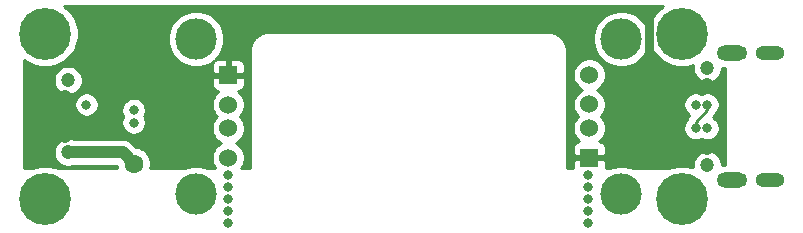
<source format=gbr>
%TF.GenerationSoftware,KiCad,Pcbnew,5.1.6-c6e7f7d~87~ubuntu18.04.1*%
%TF.CreationDate,2020-09-20T16:09:31-04:00*%
%TF.ProjectId,bt500-usbc,62743530-302d-4757-9362-632e6b696361,rev?*%
%TF.SameCoordinates,Original*%
%TF.FileFunction,Copper,L2,Inr*%
%TF.FilePolarity,Positive*%
%FSLAX46Y46*%
G04 Gerber Fmt 4.6, Leading zero omitted, Abs format (unit mm)*
G04 Created by KiCad (PCBNEW 5.1.6-c6e7f7d~87~ubuntu18.04.1) date 2020-09-20 16:09:31*
%MOMM*%
%LPD*%
G01*
G04 APERTURE LIST*
%TA.AperFunction,ViaPad*%
%ADD10O,2.450000X1.225000*%
%TD*%
%TA.AperFunction,ViaPad*%
%ADD11O,2.600000X1.300000*%
%TD*%
%TA.AperFunction,ViaPad*%
%ADD12C,1.524000*%
%TD*%
%TA.AperFunction,ViaPad*%
%ADD13R,1.524000X1.524000*%
%TD*%
%TA.AperFunction,ViaPad*%
%ADD14C,3.500000*%
%TD*%
%TA.AperFunction,ViaPad*%
%ADD15C,4.400000*%
%TD*%
%TA.AperFunction,ViaPad*%
%ADD16C,0.800000*%
%TD*%
%TA.AperFunction,ViaPad*%
%ADD17C,1.200000*%
%TD*%
%TA.AperFunction,ViaPad*%
%ADD18C,1.600000*%
%TD*%
%TA.AperFunction,Conductor*%
%ADD19C,0.750000*%
%TD*%
%TA.AperFunction,Conductor*%
%ADD20C,1.000000*%
%TD*%
%TA.AperFunction,Conductor*%
%ADD21C,0.250000*%
%TD*%
%TA.AperFunction,Conductor*%
%ADD22C,0.254000*%
%TD*%
G04 APERTURE END LIST*
D10*
%TO.N,/SHIELD*%
%TO.C,J2*%
X181630000Y-101640000D03*
X181630000Y-90840000D03*
D11*
X178400000Y-101640000D03*
X178400000Y-90840000D03*
%TD*%
D12*
%TO.N,GND*%
%TO.C,P2*%
X166328125Y-92740000D03*
%TO.N,/UFP_D+*%
X166328125Y-95240000D03*
%TO.N,/UFP_D-*%
X166328125Y-97240000D03*
D13*
%TO.N,VBUS*%
X166328125Y-99740000D03*
D14*
%TO.N,/SHIELD*%
X169038125Y-102810000D03*
X169038125Y-89670000D03*
%TD*%
D12*
%TO.N,GND*%
%TO.C,P1*%
X135750000Y-99750000D03*
%TO.N,/DFP_D+*%
X135750000Y-97250000D03*
%TO.N,/DFP_D-*%
X135750000Y-95250000D03*
D13*
%TO.N,VBUS*%
X135750000Y-92750000D03*
D14*
%TO.N,/SHIELD*%
X133040000Y-89680000D03*
X133040000Y-102820000D03*
%TD*%
D15*
%TO.N,/SHIELD*%
%TO.C,H4*%
X174172000Y-103250000D03*
%TD*%
%TO.N,/SHIELD*%
%TO.C,H3*%
X174172000Y-89250000D03*
%TD*%
%TO.N,/SHIELD*%
%TO.C,H2*%
X120250000Y-103250000D03*
%TD*%
%TO.N,/SHIELD*%
%TO.C,H1*%
X120250000Y-89250000D03*
%TD*%
D16*
%TO.N,Net-(J1-PadB5)*%
X123750000Y-95250000D03*
%TO.N,/SHIELD*%
X135750000Y-105250000D03*
X135750000Y-104250000D03*
X135750000Y-103250000D03*
X135750000Y-102250000D03*
X135750000Y-101250000D03*
X166250000Y-105250000D03*
X166250000Y-104250000D03*
X166250000Y-103250000D03*
X166250000Y-102250000D03*
X166250000Y-101250000D03*
D17*
%TO.N,GND*%
X176328125Y-92150000D03*
X122200002Y-99302420D03*
X122200002Y-93197580D03*
X176328125Y-100350000D03*
D18*
X127750000Y-100250000D03*
D17*
%TO.N,VBUS*%
X176328125Y-93550000D03*
X176328125Y-98950000D03*
X121900002Y-94575000D03*
X121900002Y-97925000D03*
D16*
%TO.N,/DFP_D-*%
X127750000Y-95725000D03*
%TO.N,/DFP_D+*%
X127750000Y-96775000D03*
%TO.N,/UFP_D-*%
X175328125Y-97250000D03*
X176328125Y-95250000D03*
%TO.N,/UFP_D+*%
X176328125Y-97250000D03*
X175328125Y-95250000D03*
%TD*%
D19*
%TO.N,VBUS*%
X171363126Y-91136874D02*
X171363126Y-87863126D01*
D20*
%TO.N,GND*%
X122200002Y-99302420D02*
X126802420Y-99302420D01*
X126802420Y-99302420D02*
X127750000Y-100250000D01*
D21*
%TO.N,/UFP_D-*%
X176328125Y-95684315D02*
X176328125Y-95250000D01*
X175328125Y-96684315D02*
X176328125Y-95684315D01*
X175328125Y-97250000D02*
X175328125Y-96684315D01*
%TD*%
D22*
%TO.N,VBUS*%
G36*
X172364793Y-87047912D02*
G01*
X171969912Y-87442793D01*
X171659656Y-87907124D01*
X171445948Y-88423061D01*
X171337000Y-88970777D01*
X171337000Y-89002117D01*
X171331471Y-88974321D01*
X171151685Y-88540279D01*
X170890675Y-88149651D01*
X170558474Y-87817450D01*
X170167846Y-87556440D01*
X169733804Y-87376654D01*
X169273027Y-87285000D01*
X168803223Y-87285000D01*
X168342446Y-87376654D01*
X167908404Y-87556440D01*
X167517776Y-87817450D01*
X167185575Y-88149651D01*
X166924565Y-88540279D01*
X166744779Y-88974321D01*
X166653125Y-89435098D01*
X166653125Y-89904902D01*
X166744779Y-90365679D01*
X166924565Y-90799721D01*
X167185575Y-91190349D01*
X167517776Y-91522550D01*
X167908404Y-91783560D01*
X168342446Y-91963346D01*
X168803223Y-92055000D01*
X169273027Y-92055000D01*
X169733804Y-91963346D01*
X170167846Y-91783560D01*
X170558474Y-91522550D01*
X170890675Y-91190349D01*
X171151685Y-90799721D01*
X171331471Y-90365679D01*
X171417426Y-89933551D01*
X171445948Y-90076939D01*
X171659656Y-90592876D01*
X171969912Y-91057207D01*
X172364793Y-91452088D01*
X172829124Y-91762344D01*
X173345061Y-91976052D01*
X173892777Y-92085000D01*
X174451223Y-92085000D01*
X174998939Y-91976052D01*
X175112921Y-91928839D01*
X175093125Y-92028363D01*
X175093125Y-92271637D01*
X175140585Y-92510236D01*
X175233682Y-92734992D01*
X175368838Y-92937267D01*
X175540858Y-93109287D01*
X175743133Y-93244443D01*
X175967889Y-93337540D01*
X176206488Y-93385000D01*
X176449762Y-93385000D01*
X176688361Y-93337540D01*
X176913117Y-93244443D01*
X177115392Y-93109287D01*
X177287412Y-92937267D01*
X177422568Y-92734992D01*
X177515665Y-92510236D01*
X177563125Y-92271637D01*
X177563125Y-92112812D01*
X177686877Y-92125000D01*
X177845001Y-92125000D01*
X177845000Y-100355000D01*
X177686877Y-100355000D01*
X177563125Y-100367188D01*
X177563125Y-100228363D01*
X177515665Y-99989764D01*
X177422568Y-99765008D01*
X177287412Y-99562733D01*
X177115392Y-99390713D01*
X176913117Y-99255557D01*
X176688361Y-99162460D01*
X176449762Y-99115000D01*
X176206488Y-99115000D01*
X175967889Y-99162460D01*
X175743133Y-99255557D01*
X175540858Y-99390713D01*
X175368838Y-99562733D01*
X175233682Y-99765008D01*
X175140585Y-99989764D01*
X175093125Y-100228363D01*
X175093125Y-100471637D01*
X175112921Y-100571161D01*
X174998939Y-100523948D01*
X174451223Y-100415000D01*
X173892777Y-100415000D01*
X173345061Y-100523948D01*
X173105928Y-100623000D01*
X169990546Y-100623000D01*
X169733804Y-100516654D01*
X169273027Y-100425000D01*
X168803223Y-100425000D01*
X168342446Y-100516654D01*
X168085704Y-100623000D01*
X167716280Y-100623000D01*
X167728197Y-100502000D01*
X167725125Y-100025750D01*
X167566375Y-99867000D01*
X166455125Y-99867000D01*
X166455125Y-99887000D01*
X166201125Y-99887000D01*
X166201125Y-99867000D01*
X165089875Y-99867000D01*
X164931125Y-100025750D01*
X164928053Y-100502000D01*
X164939970Y-100623000D01*
X164435000Y-100623000D01*
X164435000Y-98978000D01*
X164928053Y-98978000D01*
X164931125Y-99454250D01*
X165089875Y-99613000D01*
X166201125Y-99613000D01*
X166201125Y-99593000D01*
X166455125Y-99593000D01*
X166455125Y-99613000D01*
X167566375Y-99613000D01*
X167725125Y-99454250D01*
X167728197Y-98978000D01*
X167715937Y-98853518D01*
X167679627Y-98733820D01*
X167620662Y-98623506D01*
X167541310Y-98526815D01*
X167444619Y-98447463D01*
X167334305Y-98388498D01*
X167214607Y-98352188D01*
X167182833Y-98349059D01*
X167218660Y-98325120D01*
X167413245Y-98130535D01*
X167566130Y-97901727D01*
X167671439Y-97647490D01*
X167725125Y-97377592D01*
X167725125Y-97102408D01*
X167671439Y-96832510D01*
X167566130Y-96578273D01*
X167413245Y-96349465D01*
X167303780Y-96240000D01*
X167413245Y-96130535D01*
X167566130Y-95901727D01*
X167671439Y-95647490D01*
X167725125Y-95377592D01*
X167725125Y-95148061D01*
X174293125Y-95148061D01*
X174293125Y-95351939D01*
X174332899Y-95551898D01*
X174410920Y-95740256D01*
X174524188Y-95909774D01*
X174668351Y-96053937D01*
X174795074Y-96138611D01*
X174788125Y-96144314D01*
X174764327Y-96173312D01*
X174764326Y-96173313D01*
X174693151Y-96260039D01*
X174661481Y-96319289D01*
X174622579Y-96392068D01*
X174579138Y-96535276D01*
X174524188Y-96590226D01*
X174410920Y-96759744D01*
X174332899Y-96948102D01*
X174293125Y-97148061D01*
X174293125Y-97351939D01*
X174332899Y-97551898D01*
X174410920Y-97740256D01*
X174524188Y-97909774D01*
X174668351Y-98053937D01*
X174837869Y-98167205D01*
X175026227Y-98245226D01*
X175226186Y-98285000D01*
X175430064Y-98285000D01*
X175630023Y-98245226D01*
X175818381Y-98167205D01*
X175828125Y-98160694D01*
X175837869Y-98167205D01*
X176026227Y-98245226D01*
X176226186Y-98285000D01*
X176430064Y-98285000D01*
X176630023Y-98245226D01*
X176818381Y-98167205D01*
X176987899Y-98053937D01*
X177132062Y-97909774D01*
X177245330Y-97740256D01*
X177323351Y-97551898D01*
X177363125Y-97351939D01*
X177363125Y-97148061D01*
X177323351Y-96948102D01*
X177245330Y-96759744D01*
X177132062Y-96590226D01*
X176987899Y-96446063D01*
X176818381Y-96332795D01*
X176773173Y-96314069D01*
X176839129Y-96248113D01*
X176868126Y-96224316D01*
X176963099Y-96108591D01*
X176997381Y-96044455D01*
X177132062Y-95909774D01*
X177245330Y-95740256D01*
X177323351Y-95551898D01*
X177363125Y-95351939D01*
X177363125Y-95148061D01*
X177323351Y-94948102D01*
X177245330Y-94759744D01*
X177132062Y-94590226D01*
X176987899Y-94446063D01*
X176818381Y-94332795D01*
X176630023Y-94254774D01*
X176430064Y-94215000D01*
X176226186Y-94215000D01*
X176026227Y-94254774D01*
X175837869Y-94332795D01*
X175828125Y-94339306D01*
X175818381Y-94332795D01*
X175630023Y-94254774D01*
X175430064Y-94215000D01*
X175226186Y-94215000D01*
X175026227Y-94254774D01*
X174837869Y-94332795D01*
X174668351Y-94446063D01*
X174524188Y-94590226D01*
X174410920Y-94759744D01*
X174332899Y-94948102D01*
X174293125Y-95148061D01*
X167725125Y-95148061D01*
X167725125Y-95102408D01*
X167671439Y-94832510D01*
X167566130Y-94578273D01*
X167413245Y-94349465D01*
X167218660Y-94154880D01*
X166989852Y-94001995D01*
X166960894Y-93990000D01*
X166989852Y-93978005D01*
X167218660Y-93825120D01*
X167413245Y-93630535D01*
X167566130Y-93401727D01*
X167671439Y-93147490D01*
X167725125Y-92877592D01*
X167725125Y-92602408D01*
X167671439Y-92332510D01*
X167566130Y-92078273D01*
X167413245Y-91849465D01*
X167218660Y-91654880D01*
X166989852Y-91501995D01*
X166735615Y-91396686D01*
X166465717Y-91343000D01*
X166190533Y-91343000D01*
X165920635Y-91396686D01*
X165666398Y-91501995D01*
X165437590Y-91654880D01*
X165243005Y-91849465D01*
X165090120Y-92078273D01*
X164984811Y-92332510D01*
X164931125Y-92602408D01*
X164931125Y-92877592D01*
X164984811Y-93147490D01*
X165090120Y-93401727D01*
X165243005Y-93630535D01*
X165437590Y-93825120D01*
X165666398Y-93978005D01*
X165695356Y-93990000D01*
X165666398Y-94001995D01*
X165437590Y-94154880D01*
X165243005Y-94349465D01*
X165090120Y-94578273D01*
X164984811Y-94832510D01*
X164931125Y-95102408D01*
X164931125Y-95377592D01*
X164984811Y-95647490D01*
X165090120Y-95901727D01*
X165243005Y-96130535D01*
X165352470Y-96240000D01*
X165243005Y-96349465D01*
X165090120Y-96578273D01*
X164984811Y-96832510D01*
X164931125Y-97102408D01*
X164931125Y-97377592D01*
X164984811Y-97647490D01*
X165090120Y-97901727D01*
X165243005Y-98130535D01*
X165437590Y-98325120D01*
X165473417Y-98349059D01*
X165441643Y-98352188D01*
X165321945Y-98388498D01*
X165211631Y-98447463D01*
X165114940Y-98526815D01*
X165035588Y-98623506D01*
X164976623Y-98733820D01*
X164940313Y-98853518D01*
X164928053Y-98978000D01*
X164435000Y-98978000D01*
X164435000Y-90716353D01*
X164432113Y-90687045D01*
X164432156Y-90680933D01*
X164431223Y-90671415D01*
X164410822Y-90477318D01*
X164398339Y-90416504D01*
X164386705Y-90355519D01*
X164383941Y-90346363D01*
X164326229Y-90159925D01*
X164302170Y-90102692D01*
X164278913Y-90045127D01*
X164274423Y-90036682D01*
X164181598Y-89865006D01*
X164146878Y-89813532D01*
X164112883Y-89761582D01*
X164106838Y-89754170D01*
X163982435Y-89603793D01*
X163938362Y-89560027D01*
X163894943Y-89515689D01*
X163887574Y-89509592D01*
X163736332Y-89386242D01*
X163684614Y-89351881D01*
X163633393Y-89316809D01*
X163624980Y-89312260D01*
X163452657Y-89220635D01*
X163395261Y-89196978D01*
X163338193Y-89172519D01*
X163329057Y-89169690D01*
X163142220Y-89113281D01*
X163081302Y-89101219D01*
X163020590Y-89088314D01*
X163011078Y-89087314D01*
X162816845Y-89068269D01*
X162816837Y-89068269D01*
X162783647Y-89065000D01*
X139216353Y-89065000D01*
X139187045Y-89067887D01*
X139180933Y-89067844D01*
X139171415Y-89068777D01*
X138977318Y-89089178D01*
X138916504Y-89101661D01*
X138855519Y-89113295D01*
X138846363Y-89116059D01*
X138659925Y-89173771D01*
X138602692Y-89197830D01*
X138545127Y-89221087D01*
X138536682Y-89225577D01*
X138365006Y-89318402D01*
X138313532Y-89353122D01*
X138261582Y-89387117D01*
X138254170Y-89393162D01*
X138103793Y-89517565D01*
X138060027Y-89561638D01*
X138015689Y-89605057D01*
X138009592Y-89612426D01*
X137886242Y-89763668D01*
X137851881Y-89815386D01*
X137816809Y-89866607D01*
X137812260Y-89875020D01*
X137720635Y-90047343D01*
X137696978Y-90104739D01*
X137672519Y-90161807D01*
X137669690Y-90170943D01*
X137613281Y-90357780D01*
X137601219Y-90418698D01*
X137588314Y-90479410D01*
X137587314Y-90488922D01*
X137568269Y-90683155D01*
X137568269Y-90683173D01*
X137565001Y-90716353D01*
X137565000Y-100623000D01*
X136846837Y-100623000D01*
X136988005Y-100411727D01*
X137093314Y-100157490D01*
X137147000Y-99887592D01*
X137147000Y-99612408D01*
X137093314Y-99342510D01*
X136988005Y-99088273D01*
X136835120Y-98859465D01*
X136640535Y-98664880D01*
X136411727Y-98511995D01*
X136382769Y-98500000D01*
X136411727Y-98488005D01*
X136640535Y-98335120D01*
X136835120Y-98140535D01*
X136988005Y-97911727D01*
X137093314Y-97657490D01*
X137147000Y-97387592D01*
X137147000Y-97112408D01*
X137093314Y-96842510D01*
X136988005Y-96588273D01*
X136835120Y-96359465D01*
X136725655Y-96250000D01*
X136835120Y-96140535D01*
X136988005Y-95911727D01*
X137093314Y-95657490D01*
X137147000Y-95387592D01*
X137147000Y-95112408D01*
X137093314Y-94842510D01*
X136988005Y-94588273D01*
X136835120Y-94359465D01*
X136640535Y-94164880D01*
X136604708Y-94140941D01*
X136636482Y-94137812D01*
X136756180Y-94101502D01*
X136866494Y-94042537D01*
X136963185Y-93963185D01*
X137042537Y-93866494D01*
X137101502Y-93756180D01*
X137137812Y-93636482D01*
X137150072Y-93512000D01*
X137147000Y-93035750D01*
X136988250Y-92877000D01*
X135877000Y-92877000D01*
X135877000Y-92897000D01*
X135623000Y-92897000D01*
X135623000Y-92877000D01*
X134511750Y-92877000D01*
X134353000Y-93035750D01*
X134349928Y-93512000D01*
X134362188Y-93636482D01*
X134398498Y-93756180D01*
X134457463Y-93866494D01*
X134536815Y-93963185D01*
X134633506Y-94042537D01*
X134743820Y-94101502D01*
X134863518Y-94137812D01*
X134895292Y-94140941D01*
X134859465Y-94164880D01*
X134664880Y-94359465D01*
X134511995Y-94588273D01*
X134406686Y-94842510D01*
X134353000Y-95112408D01*
X134353000Y-95387592D01*
X134406686Y-95657490D01*
X134511995Y-95911727D01*
X134664880Y-96140535D01*
X134774345Y-96250000D01*
X134664880Y-96359465D01*
X134511995Y-96588273D01*
X134406686Y-96842510D01*
X134353000Y-97112408D01*
X134353000Y-97387592D01*
X134406686Y-97657490D01*
X134511995Y-97911727D01*
X134664880Y-98140535D01*
X134859465Y-98335120D01*
X135088273Y-98488005D01*
X135117231Y-98500000D01*
X135088273Y-98511995D01*
X134859465Y-98664880D01*
X134664880Y-98859465D01*
X134511995Y-99088273D01*
X134406686Y-99342510D01*
X134353000Y-99612408D01*
X134353000Y-99887592D01*
X134406686Y-100157490D01*
X134511995Y-100411727D01*
X134653163Y-100623000D01*
X133968279Y-100623000D01*
X133735679Y-100526654D01*
X133274902Y-100435000D01*
X132805098Y-100435000D01*
X132344321Y-100526654D01*
X132111721Y-100623000D01*
X129138918Y-100623000D01*
X129185000Y-100391335D01*
X129185000Y-100108665D01*
X129129853Y-99831426D01*
X129021680Y-99570273D01*
X128864637Y-99335241D01*
X128664759Y-99135363D01*
X128429727Y-98978320D01*
X128168574Y-98870147D01*
X127927282Y-98822150D01*
X127644415Y-98539284D01*
X127608869Y-98495971D01*
X127436043Y-98354136D01*
X127238867Y-98248744D01*
X127024919Y-98183843D01*
X126858172Y-98167420D01*
X126858171Y-98167420D01*
X126802420Y-98161929D01*
X126746669Y-98167420D01*
X122687081Y-98167420D01*
X122560238Y-98114880D01*
X122321639Y-98067420D01*
X122078365Y-98067420D01*
X121839766Y-98114880D01*
X121615010Y-98207977D01*
X121412735Y-98343133D01*
X121240715Y-98515153D01*
X121105559Y-98717428D01*
X121012462Y-98942184D01*
X120965002Y-99180783D01*
X120965002Y-99424057D01*
X121012462Y-99662656D01*
X121105559Y-99887412D01*
X121240715Y-100089687D01*
X121412735Y-100261707D01*
X121615010Y-100396863D01*
X121839766Y-100489960D01*
X122078365Y-100537420D01*
X122321639Y-100537420D01*
X122560238Y-100489960D01*
X122687081Y-100437420D01*
X126324167Y-100437420D01*
X126361082Y-100623000D01*
X121316072Y-100623000D01*
X121076939Y-100523948D01*
X120529223Y-100415000D01*
X119970777Y-100415000D01*
X119423061Y-100523948D01*
X119183928Y-100623000D01*
X118435000Y-100623000D01*
X118435000Y-95148061D01*
X122715000Y-95148061D01*
X122715000Y-95351939D01*
X122754774Y-95551898D01*
X122832795Y-95740256D01*
X122946063Y-95909774D01*
X123090226Y-96053937D01*
X123259744Y-96167205D01*
X123448102Y-96245226D01*
X123648061Y-96285000D01*
X123851939Y-96285000D01*
X124051898Y-96245226D01*
X124240256Y-96167205D01*
X124409774Y-96053937D01*
X124553937Y-95909774D01*
X124667205Y-95740256D01*
X124715749Y-95623061D01*
X126715000Y-95623061D01*
X126715000Y-95826939D01*
X126754774Y-96026898D01*
X126832795Y-96215256D01*
X126856010Y-96250000D01*
X126832795Y-96284744D01*
X126754774Y-96473102D01*
X126715000Y-96673061D01*
X126715000Y-96876939D01*
X126754774Y-97076898D01*
X126832795Y-97265256D01*
X126946063Y-97434774D01*
X127090226Y-97578937D01*
X127259744Y-97692205D01*
X127448102Y-97770226D01*
X127648061Y-97810000D01*
X127851939Y-97810000D01*
X128051898Y-97770226D01*
X128240256Y-97692205D01*
X128409774Y-97578937D01*
X128553937Y-97434774D01*
X128667205Y-97265256D01*
X128745226Y-97076898D01*
X128785000Y-96876939D01*
X128785000Y-96673061D01*
X128745226Y-96473102D01*
X128667205Y-96284744D01*
X128643990Y-96250000D01*
X128667205Y-96215256D01*
X128745226Y-96026898D01*
X128785000Y-95826939D01*
X128785000Y-95623061D01*
X128745226Y-95423102D01*
X128667205Y-95234744D01*
X128553937Y-95065226D01*
X128409774Y-94921063D01*
X128240256Y-94807795D01*
X128051898Y-94729774D01*
X127851939Y-94690000D01*
X127648061Y-94690000D01*
X127448102Y-94729774D01*
X127259744Y-94807795D01*
X127090226Y-94921063D01*
X126946063Y-95065226D01*
X126832795Y-95234744D01*
X126754774Y-95423102D01*
X126715000Y-95623061D01*
X124715749Y-95623061D01*
X124745226Y-95551898D01*
X124785000Y-95351939D01*
X124785000Y-95148061D01*
X124745226Y-94948102D01*
X124667205Y-94759744D01*
X124553937Y-94590226D01*
X124409774Y-94446063D01*
X124240256Y-94332795D01*
X124051898Y-94254774D01*
X123851939Y-94215000D01*
X123648061Y-94215000D01*
X123448102Y-94254774D01*
X123259744Y-94332795D01*
X123090226Y-94446063D01*
X122946063Y-94590226D01*
X122832795Y-94759744D01*
X122754774Y-94948102D01*
X122715000Y-95148061D01*
X118435000Y-95148061D01*
X118435000Y-93075943D01*
X120965002Y-93075943D01*
X120965002Y-93319217D01*
X121012462Y-93557816D01*
X121105559Y-93782572D01*
X121240715Y-93984847D01*
X121412735Y-94156867D01*
X121615010Y-94292023D01*
X121839766Y-94385120D01*
X122078365Y-94432580D01*
X122321639Y-94432580D01*
X122560238Y-94385120D01*
X122784994Y-94292023D01*
X122987269Y-94156867D01*
X123159289Y-93984847D01*
X123294445Y-93782572D01*
X123387542Y-93557816D01*
X123435002Y-93319217D01*
X123435002Y-93075943D01*
X123387542Y-92837344D01*
X123294445Y-92612588D01*
X123159289Y-92410313D01*
X122987269Y-92238293D01*
X122784994Y-92103137D01*
X122560238Y-92010040D01*
X122321639Y-91962580D01*
X122078365Y-91962580D01*
X121839766Y-92010040D01*
X121615010Y-92103137D01*
X121412735Y-92238293D01*
X121240715Y-92410313D01*
X121105559Y-92612588D01*
X121012462Y-92837344D01*
X120965002Y-93075943D01*
X118435000Y-93075943D01*
X118435000Y-91444295D01*
X118442793Y-91452088D01*
X118907124Y-91762344D01*
X119423061Y-91976052D01*
X119970777Y-92085000D01*
X120529223Y-92085000D01*
X121076939Y-91976052D01*
X121592876Y-91762344D01*
X122057207Y-91452088D01*
X122452088Y-91057207D01*
X122762344Y-90592876D01*
X122976052Y-90076939D01*
X123085000Y-89529223D01*
X123085000Y-89445098D01*
X130655000Y-89445098D01*
X130655000Y-89914902D01*
X130746654Y-90375679D01*
X130926440Y-90809721D01*
X131187450Y-91200349D01*
X131519651Y-91532550D01*
X131910279Y-91793560D01*
X132344321Y-91973346D01*
X132805098Y-92065000D01*
X133274902Y-92065000D01*
X133735679Y-91973346D01*
X134169721Y-91793560D01*
X134515991Y-91562189D01*
X134457463Y-91633506D01*
X134398498Y-91743820D01*
X134362188Y-91863518D01*
X134349928Y-91988000D01*
X134353000Y-92464250D01*
X134511750Y-92623000D01*
X135623000Y-92623000D01*
X135623000Y-91511750D01*
X135877000Y-91511750D01*
X135877000Y-92623000D01*
X136988250Y-92623000D01*
X137147000Y-92464250D01*
X137150072Y-91988000D01*
X137137812Y-91863518D01*
X137101502Y-91743820D01*
X137042537Y-91633506D01*
X136963185Y-91536815D01*
X136866494Y-91457463D01*
X136756180Y-91398498D01*
X136636482Y-91362188D01*
X136512000Y-91349928D01*
X136035750Y-91353000D01*
X135877000Y-91511750D01*
X135623000Y-91511750D01*
X135464250Y-91353000D01*
X134988000Y-91349928D01*
X134863518Y-91362188D01*
X134743820Y-91398498D01*
X134637652Y-91455247D01*
X134892550Y-91200349D01*
X135153560Y-90809721D01*
X135333346Y-90375679D01*
X135425000Y-89914902D01*
X135425000Y-89445098D01*
X135333346Y-88984321D01*
X135153560Y-88550279D01*
X134892550Y-88159651D01*
X134560349Y-87827450D01*
X134169721Y-87566440D01*
X133735679Y-87386654D01*
X133274902Y-87295000D01*
X132805098Y-87295000D01*
X132344321Y-87386654D01*
X131910279Y-87566440D01*
X131519651Y-87827450D01*
X131187450Y-88159651D01*
X130926440Y-88550279D01*
X130746654Y-88984321D01*
X130655000Y-89445098D01*
X123085000Y-89445098D01*
X123085000Y-88970777D01*
X122976052Y-88423061D01*
X122762344Y-87907124D01*
X122452088Y-87442793D01*
X122057207Y-87047912D01*
X121888222Y-86935000D01*
X172533778Y-86935000D01*
X172364793Y-87047912D01*
G37*
X172364793Y-87047912D02*
X171969912Y-87442793D01*
X171659656Y-87907124D01*
X171445948Y-88423061D01*
X171337000Y-88970777D01*
X171337000Y-89002117D01*
X171331471Y-88974321D01*
X171151685Y-88540279D01*
X170890675Y-88149651D01*
X170558474Y-87817450D01*
X170167846Y-87556440D01*
X169733804Y-87376654D01*
X169273027Y-87285000D01*
X168803223Y-87285000D01*
X168342446Y-87376654D01*
X167908404Y-87556440D01*
X167517776Y-87817450D01*
X167185575Y-88149651D01*
X166924565Y-88540279D01*
X166744779Y-88974321D01*
X166653125Y-89435098D01*
X166653125Y-89904902D01*
X166744779Y-90365679D01*
X166924565Y-90799721D01*
X167185575Y-91190349D01*
X167517776Y-91522550D01*
X167908404Y-91783560D01*
X168342446Y-91963346D01*
X168803223Y-92055000D01*
X169273027Y-92055000D01*
X169733804Y-91963346D01*
X170167846Y-91783560D01*
X170558474Y-91522550D01*
X170890675Y-91190349D01*
X171151685Y-90799721D01*
X171331471Y-90365679D01*
X171417426Y-89933551D01*
X171445948Y-90076939D01*
X171659656Y-90592876D01*
X171969912Y-91057207D01*
X172364793Y-91452088D01*
X172829124Y-91762344D01*
X173345061Y-91976052D01*
X173892777Y-92085000D01*
X174451223Y-92085000D01*
X174998939Y-91976052D01*
X175112921Y-91928839D01*
X175093125Y-92028363D01*
X175093125Y-92271637D01*
X175140585Y-92510236D01*
X175233682Y-92734992D01*
X175368838Y-92937267D01*
X175540858Y-93109287D01*
X175743133Y-93244443D01*
X175967889Y-93337540D01*
X176206488Y-93385000D01*
X176449762Y-93385000D01*
X176688361Y-93337540D01*
X176913117Y-93244443D01*
X177115392Y-93109287D01*
X177287412Y-92937267D01*
X177422568Y-92734992D01*
X177515665Y-92510236D01*
X177563125Y-92271637D01*
X177563125Y-92112812D01*
X177686877Y-92125000D01*
X177845001Y-92125000D01*
X177845000Y-100355000D01*
X177686877Y-100355000D01*
X177563125Y-100367188D01*
X177563125Y-100228363D01*
X177515665Y-99989764D01*
X177422568Y-99765008D01*
X177287412Y-99562733D01*
X177115392Y-99390713D01*
X176913117Y-99255557D01*
X176688361Y-99162460D01*
X176449762Y-99115000D01*
X176206488Y-99115000D01*
X175967889Y-99162460D01*
X175743133Y-99255557D01*
X175540858Y-99390713D01*
X175368838Y-99562733D01*
X175233682Y-99765008D01*
X175140585Y-99989764D01*
X175093125Y-100228363D01*
X175093125Y-100471637D01*
X175112921Y-100571161D01*
X174998939Y-100523948D01*
X174451223Y-100415000D01*
X173892777Y-100415000D01*
X173345061Y-100523948D01*
X173105928Y-100623000D01*
X169990546Y-100623000D01*
X169733804Y-100516654D01*
X169273027Y-100425000D01*
X168803223Y-100425000D01*
X168342446Y-100516654D01*
X168085704Y-100623000D01*
X167716280Y-100623000D01*
X167728197Y-100502000D01*
X167725125Y-100025750D01*
X167566375Y-99867000D01*
X166455125Y-99867000D01*
X166455125Y-99887000D01*
X166201125Y-99887000D01*
X166201125Y-99867000D01*
X165089875Y-99867000D01*
X164931125Y-100025750D01*
X164928053Y-100502000D01*
X164939970Y-100623000D01*
X164435000Y-100623000D01*
X164435000Y-98978000D01*
X164928053Y-98978000D01*
X164931125Y-99454250D01*
X165089875Y-99613000D01*
X166201125Y-99613000D01*
X166201125Y-99593000D01*
X166455125Y-99593000D01*
X166455125Y-99613000D01*
X167566375Y-99613000D01*
X167725125Y-99454250D01*
X167728197Y-98978000D01*
X167715937Y-98853518D01*
X167679627Y-98733820D01*
X167620662Y-98623506D01*
X167541310Y-98526815D01*
X167444619Y-98447463D01*
X167334305Y-98388498D01*
X167214607Y-98352188D01*
X167182833Y-98349059D01*
X167218660Y-98325120D01*
X167413245Y-98130535D01*
X167566130Y-97901727D01*
X167671439Y-97647490D01*
X167725125Y-97377592D01*
X167725125Y-97102408D01*
X167671439Y-96832510D01*
X167566130Y-96578273D01*
X167413245Y-96349465D01*
X167303780Y-96240000D01*
X167413245Y-96130535D01*
X167566130Y-95901727D01*
X167671439Y-95647490D01*
X167725125Y-95377592D01*
X167725125Y-95148061D01*
X174293125Y-95148061D01*
X174293125Y-95351939D01*
X174332899Y-95551898D01*
X174410920Y-95740256D01*
X174524188Y-95909774D01*
X174668351Y-96053937D01*
X174795074Y-96138611D01*
X174788125Y-96144314D01*
X174764327Y-96173312D01*
X174764326Y-96173313D01*
X174693151Y-96260039D01*
X174661481Y-96319289D01*
X174622579Y-96392068D01*
X174579138Y-96535276D01*
X174524188Y-96590226D01*
X174410920Y-96759744D01*
X174332899Y-96948102D01*
X174293125Y-97148061D01*
X174293125Y-97351939D01*
X174332899Y-97551898D01*
X174410920Y-97740256D01*
X174524188Y-97909774D01*
X174668351Y-98053937D01*
X174837869Y-98167205D01*
X175026227Y-98245226D01*
X175226186Y-98285000D01*
X175430064Y-98285000D01*
X175630023Y-98245226D01*
X175818381Y-98167205D01*
X175828125Y-98160694D01*
X175837869Y-98167205D01*
X176026227Y-98245226D01*
X176226186Y-98285000D01*
X176430064Y-98285000D01*
X176630023Y-98245226D01*
X176818381Y-98167205D01*
X176987899Y-98053937D01*
X177132062Y-97909774D01*
X177245330Y-97740256D01*
X177323351Y-97551898D01*
X177363125Y-97351939D01*
X177363125Y-97148061D01*
X177323351Y-96948102D01*
X177245330Y-96759744D01*
X177132062Y-96590226D01*
X176987899Y-96446063D01*
X176818381Y-96332795D01*
X176773173Y-96314069D01*
X176839129Y-96248113D01*
X176868126Y-96224316D01*
X176963099Y-96108591D01*
X176997381Y-96044455D01*
X177132062Y-95909774D01*
X177245330Y-95740256D01*
X177323351Y-95551898D01*
X177363125Y-95351939D01*
X177363125Y-95148061D01*
X177323351Y-94948102D01*
X177245330Y-94759744D01*
X177132062Y-94590226D01*
X176987899Y-94446063D01*
X176818381Y-94332795D01*
X176630023Y-94254774D01*
X176430064Y-94215000D01*
X176226186Y-94215000D01*
X176026227Y-94254774D01*
X175837869Y-94332795D01*
X175828125Y-94339306D01*
X175818381Y-94332795D01*
X175630023Y-94254774D01*
X175430064Y-94215000D01*
X175226186Y-94215000D01*
X175026227Y-94254774D01*
X174837869Y-94332795D01*
X174668351Y-94446063D01*
X174524188Y-94590226D01*
X174410920Y-94759744D01*
X174332899Y-94948102D01*
X174293125Y-95148061D01*
X167725125Y-95148061D01*
X167725125Y-95102408D01*
X167671439Y-94832510D01*
X167566130Y-94578273D01*
X167413245Y-94349465D01*
X167218660Y-94154880D01*
X166989852Y-94001995D01*
X166960894Y-93990000D01*
X166989852Y-93978005D01*
X167218660Y-93825120D01*
X167413245Y-93630535D01*
X167566130Y-93401727D01*
X167671439Y-93147490D01*
X167725125Y-92877592D01*
X167725125Y-92602408D01*
X167671439Y-92332510D01*
X167566130Y-92078273D01*
X167413245Y-91849465D01*
X167218660Y-91654880D01*
X166989852Y-91501995D01*
X166735615Y-91396686D01*
X166465717Y-91343000D01*
X166190533Y-91343000D01*
X165920635Y-91396686D01*
X165666398Y-91501995D01*
X165437590Y-91654880D01*
X165243005Y-91849465D01*
X165090120Y-92078273D01*
X164984811Y-92332510D01*
X164931125Y-92602408D01*
X164931125Y-92877592D01*
X164984811Y-93147490D01*
X165090120Y-93401727D01*
X165243005Y-93630535D01*
X165437590Y-93825120D01*
X165666398Y-93978005D01*
X165695356Y-93990000D01*
X165666398Y-94001995D01*
X165437590Y-94154880D01*
X165243005Y-94349465D01*
X165090120Y-94578273D01*
X164984811Y-94832510D01*
X164931125Y-95102408D01*
X164931125Y-95377592D01*
X164984811Y-95647490D01*
X165090120Y-95901727D01*
X165243005Y-96130535D01*
X165352470Y-96240000D01*
X165243005Y-96349465D01*
X165090120Y-96578273D01*
X164984811Y-96832510D01*
X164931125Y-97102408D01*
X164931125Y-97377592D01*
X164984811Y-97647490D01*
X165090120Y-97901727D01*
X165243005Y-98130535D01*
X165437590Y-98325120D01*
X165473417Y-98349059D01*
X165441643Y-98352188D01*
X165321945Y-98388498D01*
X165211631Y-98447463D01*
X165114940Y-98526815D01*
X165035588Y-98623506D01*
X164976623Y-98733820D01*
X164940313Y-98853518D01*
X164928053Y-98978000D01*
X164435000Y-98978000D01*
X164435000Y-90716353D01*
X164432113Y-90687045D01*
X164432156Y-90680933D01*
X164431223Y-90671415D01*
X164410822Y-90477318D01*
X164398339Y-90416504D01*
X164386705Y-90355519D01*
X164383941Y-90346363D01*
X164326229Y-90159925D01*
X164302170Y-90102692D01*
X164278913Y-90045127D01*
X164274423Y-90036682D01*
X164181598Y-89865006D01*
X164146878Y-89813532D01*
X164112883Y-89761582D01*
X164106838Y-89754170D01*
X163982435Y-89603793D01*
X163938362Y-89560027D01*
X163894943Y-89515689D01*
X163887574Y-89509592D01*
X163736332Y-89386242D01*
X163684614Y-89351881D01*
X163633393Y-89316809D01*
X163624980Y-89312260D01*
X163452657Y-89220635D01*
X163395261Y-89196978D01*
X163338193Y-89172519D01*
X163329057Y-89169690D01*
X163142220Y-89113281D01*
X163081302Y-89101219D01*
X163020590Y-89088314D01*
X163011078Y-89087314D01*
X162816845Y-89068269D01*
X162816837Y-89068269D01*
X162783647Y-89065000D01*
X139216353Y-89065000D01*
X139187045Y-89067887D01*
X139180933Y-89067844D01*
X139171415Y-89068777D01*
X138977318Y-89089178D01*
X138916504Y-89101661D01*
X138855519Y-89113295D01*
X138846363Y-89116059D01*
X138659925Y-89173771D01*
X138602692Y-89197830D01*
X138545127Y-89221087D01*
X138536682Y-89225577D01*
X138365006Y-89318402D01*
X138313532Y-89353122D01*
X138261582Y-89387117D01*
X138254170Y-89393162D01*
X138103793Y-89517565D01*
X138060027Y-89561638D01*
X138015689Y-89605057D01*
X138009592Y-89612426D01*
X137886242Y-89763668D01*
X137851881Y-89815386D01*
X137816809Y-89866607D01*
X137812260Y-89875020D01*
X137720635Y-90047343D01*
X137696978Y-90104739D01*
X137672519Y-90161807D01*
X137669690Y-90170943D01*
X137613281Y-90357780D01*
X137601219Y-90418698D01*
X137588314Y-90479410D01*
X137587314Y-90488922D01*
X137568269Y-90683155D01*
X137568269Y-90683173D01*
X137565001Y-90716353D01*
X137565000Y-100623000D01*
X136846837Y-100623000D01*
X136988005Y-100411727D01*
X137093314Y-100157490D01*
X137147000Y-99887592D01*
X137147000Y-99612408D01*
X137093314Y-99342510D01*
X136988005Y-99088273D01*
X136835120Y-98859465D01*
X136640535Y-98664880D01*
X136411727Y-98511995D01*
X136382769Y-98500000D01*
X136411727Y-98488005D01*
X136640535Y-98335120D01*
X136835120Y-98140535D01*
X136988005Y-97911727D01*
X137093314Y-97657490D01*
X137147000Y-97387592D01*
X137147000Y-97112408D01*
X137093314Y-96842510D01*
X136988005Y-96588273D01*
X136835120Y-96359465D01*
X136725655Y-96250000D01*
X136835120Y-96140535D01*
X136988005Y-95911727D01*
X137093314Y-95657490D01*
X137147000Y-95387592D01*
X137147000Y-95112408D01*
X137093314Y-94842510D01*
X136988005Y-94588273D01*
X136835120Y-94359465D01*
X136640535Y-94164880D01*
X136604708Y-94140941D01*
X136636482Y-94137812D01*
X136756180Y-94101502D01*
X136866494Y-94042537D01*
X136963185Y-93963185D01*
X137042537Y-93866494D01*
X137101502Y-93756180D01*
X137137812Y-93636482D01*
X137150072Y-93512000D01*
X137147000Y-93035750D01*
X136988250Y-92877000D01*
X135877000Y-92877000D01*
X135877000Y-92897000D01*
X135623000Y-92897000D01*
X135623000Y-92877000D01*
X134511750Y-92877000D01*
X134353000Y-93035750D01*
X134349928Y-93512000D01*
X134362188Y-93636482D01*
X134398498Y-93756180D01*
X134457463Y-93866494D01*
X134536815Y-93963185D01*
X134633506Y-94042537D01*
X134743820Y-94101502D01*
X134863518Y-94137812D01*
X134895292Y-94140941D01*
X134859465Y-94164880D01*
X134664880Y-94359465D01*
X134511995Y-94588273D01*
X134406686Y-94842510D01*
X134353000Y-95112408D01*
X134353000Y-95387592D01*
X134406686Y-95657490D01*
X134511995Y-95911727D01*
X134664880Y-96140535D01*
X134774345Y-96250000D01*
X134664880Y-96359465D01*
X134511995Y-96588273D01*
X134406686Y-96842510D01*
X134353000Y-97112408D01*
X134353000Y-97387592D01*
X134406686Y-97657490D01*
X134511995Y-97911727D01*
X134664880Y-98140535D01*
X134859465Y-98335120D01*
X135088273Y-98488005D01*
X135117231Y-98500000D01*
X135088273Y-98511995D01*
X134859465Y-98664880D01*
X134664880Y-98859465D01*
X134511995Y-99088273D01*
X134406686Y-99342510D01*
X134353000Y-99612408D01*
X134353000Y-99887592D01*
X134406686Y-100157490D01*
X134511995Y-100411727D01*
X134653163Y-100623000D01*
X133968279Y-100623000D01*
X133735679Y-100526654D01*
X133274902Y-100435000D01*
X132805098Y-100435000D01*
X132344321Y-100526654D01*
X132111721Y-100623000D01*
X129138918Y-100623000D01*
X129185000Y-100391335D01*
X129185000Y-100108665D01*
X129129853Y-99831426D01*
X129021680Y-99570273D01*
X128864637Y-99335241D01*
X128664759Y-99135363D01*
X128429727Y-98978320D01*
X128168574Y-98870147D01*
X127927282Y-98822150D01*
X127644415Y-98539284D01*
X127608869Y-98495971D01*
X127436043Y-98354136D01*
X127238867Y-98248744D01*
X127024919Y-98183843D01*
X126858172Y-98167420D01*
X126858171Y-98167420D01*
X126802420Y-98161929D01*
X126746669Y-98167420D01*
X122687081Y-98167420D01*
X122560238Y-98114880D01*
X122321639Y-98067420D01*
X122078365Y-98067420D01*
X121839766Y-98114880D01*
X121615010Y-98207977D01*
X121412735Y-98343133D01*
X121240715Y-98515153D01*
X121105559Y-98717428D01*
X121012462Y-98942184D01*
X120965002Y-99180783D01*
X120965002Y-99424057D01*
X121012462Y-99662656D01*
X121105559Y-99887412D01*
X121240715Y-100089687D01*
X121412735Y-100261707D01*
X121615010Y-100396863D01*
X121839766Y-100489960D01*
X122078365Y-100537420D01*
X122321639Y-100537420D01*
X122560238Y-100489960D01*
X122687081Y-100437420D01*
X126324167Y-100437420D01*
X126361082Y-100623000D01*
X121316072Y-100623000D01*
X121076939Y-100523948D01*
X120529223Y-100415000D01*
X119970777Y-100415000D01*
X119423061Y-100523948D01*
X119183928Y-100623000D01*
X118435000Y-100623000D01*
X118435000Y-95148061D01*
X122715000Y-95148061D01*
X122715000Y-95351939D01*
X122754774Y-95551898D01*
X122832795Y-95740256D01*
X122946063Y-95909774D01*
X123090226Y-96053937D01*
X123259744Y-96167205D01*
X123448102Y-96245226D01*
X123648061Y-96285000D01*
X123851939Y-96285000D01*
X124051898Y-96245226D01*
X124240256Y-96167205D01*
X124409774Y-96053937D01*
X124553937Y-95909774D01*
X124667205Y-95740256D01*
X124715749Y-95623061D01*
X126715000Y-95623061D01*
X126715000Y-95826939D01*
X126754774Y-96026898D01*
X126832795Y-96215256D01*
X126856010Y-96250000D01*
X126832795Y-96284744D01*
X126754774Y-96473102D01*
X126715000Y-96673061D01*
X126715000Y-96876939D01*
X126754774Y-97076898D01*
X126832795Y-97265256D01*
X126946063Y-97434774D01*
X127090226Y-97578937D01*
X127259744Y-97692205D01*
X127448102Y-97770226D01*
X127648061Y-97810000D01*
X127851939Y-97810000D01*
X128051898Y-97770226D01*
X128240256Y-97692205D01*
X128409774Y-97578937D01*
X128553937Y-97434774D01*
X128667205Y-97265256D01*
X128745226Y-97076898D01*
X128785000Y-96876939D01*
X128785000Y-96673061D01*
X128745226Y-96473102D01*
X128667205Y-96284744D01*
X128643990Y-96250000D01*
X128667205Y-96215256D01*
X128745226Y-96026898D01*
X128785000Y-95826939D01*
X128785000Y-95623061D01*
X128745226Y-95423102D01*
X128667205Y-95234744D01*
X128553937Y-95065226D01*
X128409774Y-94921063D01*
X128240256Y-94807795D01*
X128051898Y-94729774D01*
X127851939Y-94690000D01*
X127648061Y-94690000D01*
X127448102Y-94729774D01*
X127259744Y-94807795D01*
X127090226Y-94921063D01*
X126946063Y-95065226D01*
X126832795Y-95234744D01*
X126754774Y-95423102D01*
X126715000Y-95623061D01*
X124715749Y-95623061D01*
X124745226Y-95551898D01*
X124785000Y-95351939D01*
X124785000Y-95148061D01*
X124745226Y-94948102D01*
X124667205Y-94759744D01*
X124553937Y-94590226D01*
X124409774Y-94446063D01*
X124240256Y-94332795D01*
X124051898Y-94254774D01*
X123851939Y-94215000D01*
X123648061Y-94215000D01*
X123448102Y-94254774D01*
X123259744Y-94332795D01*
X123090226Y-94446063D01*
X122946063Y-94590226D01*
X122832795Y-94759744D01*
X122754774Y-94948102D01*
X122715000Y-95148061D01*
X118435000Y-95148061D01*
X118435000Y-93075943D01*
X120965002Y-93075943D01*
X120965002Y-93319217D01*
X121012462Y-93557816D01*
X121105559Y-93782572D01*
X121240715Y-93984847D01*
X121412735Y-94156867D01*
X121615010Y-94292023D01*
X121839766Y-94385120D01*
X122078365Y-94432580D01*
X122321639Y-94432580D01*
X122560238Y-94385120D01*
X122784994Y-94292023D01*
X122987269Y-94156867D01*
X123159289Y-93984847D01*
X123294445Y-93782572D01*
X123387542Y-93557816D01*
X123435002Y-93319217D01*
X123435002Y-93075943D01*
X123387542Y-92837344D01*
X123294445Y-92612588D01*
X123159289Y-92410313D01*
X122987269Y-92238293D01*
X122784994Y-92103137D01*
X122560238Y-92010040D01*
X122321639Y-91962580D01*
X122078365Y-91962580D01*
X121839766Y-92010040D01*
X121615010Y-92103137D01*
X121412735Y-92238293D01*
X121240715Y-92410313D01*
X121105559Y-92612588D01*
X121012462Y-92837344D01*
X120965002Y-93075943D01*
X118435000Y-93075943D01*
X118435000Y-91444295D01*
X118442793Y-91452088D01*
X118907124Y-91762344D01*
X119423061Y-91976052D01*
X119970777Y-92085000D01*
X120529223Y-92085000D01*
X121076939Y-91976052D01*
X121592876Y-91762344D01*
X122057207Y-91452088D01*
X122452088Y-91057207D01*
X122762344Y-90592876D01*
X122976052Y-90076939D01*
X123085000Y-89529223D01*
X123085000Y-89445098D01*
X130655000Y-89445098D01*
X130655000Y-89914902D01*
X130746654Y-90375679D01*
X130926440Y-90809721D01*
X131187450Y-91200349D01*
X131519651Y-91532550D01*
X131910279Y-91793560D01*
X132344321Y-91973346D01*
X132805098Y-92065000D01*
X133274902Y-92065000D01*
X133735679Y-91973346D01*
X134169721Y-91793560D01*
X134515991Y-91562189D01*
X134457463Y-91633506D01*
X134398498Y-91743820D01*
X134362188Y-91863518D01*
X134349928Y-91988000D01*
X134353000Y-92464250D01*
X134511750Y-92623000D01*
X135623000Y-92623000D01*
X135623000Y-91511750D01*
X135877000Y-91511750D01*
X135877000Y-92623000D01*
X136988250Y-92623000D01*
X137147000Y-92464250D01*
X137150072Y-91988000D01*
X137137812Y-91863518D01*
X137101502Y-91743820D01*
X137042537Y-91633506D01*
X136963185Y-91536815D01*
X136866494Y-91457463D01*
X136756180Y-91398498D01*
X136636482Y-91362188D01*
X136512000Y-91349928D01*
X136035750Y-91353000D01*
X135877000Y-91511750D01*
X135623000Y-91511750D01*
X135464250Y-91353000D01*
X134988000Y-91349928D01*
X134863518Y-91362188D01*
X134743820Y-91398498D01*
X134637652Y-91455247D01*
X134892550Y-91200349D01*
X135153560Y-90809721D01*
X135333346Y-90375679D01*
X135425000Y-89914902D01*
X135425000Y-89445098D01*
X135333346Y-88984321D01*
X135153560Y-88550279D01*
X134892550Y-88159651D01*
X134560349Y-87827450D01*
X134169721Y-87566440D01*
X133735679Y-87386654D01*
X133274902Y-87295000D01*
X132805098Y-87295000D01*
X132344321Y-87386654D01*
X131910279Y-87566440D01*
X131519651Y-87827450D01*
X131187450Y-88159651D01*
X130926440Y-88550279D01*
X130746654Y-88984321D01*
X130655000Y-89445098D01*
X123085000Y-89445098D01*
X123085000Y-88970777D01*
X122976052Y-88423061D01*
X122762344Y-87907124D01*
X122452088Y-87442793D01*
X122057207Y-87047912D01*
X121888222Y-86935000D01*
X172533778Y-86935000D01*
X172364793Y-87047912D01*
%TD*%
M02*

</source>
